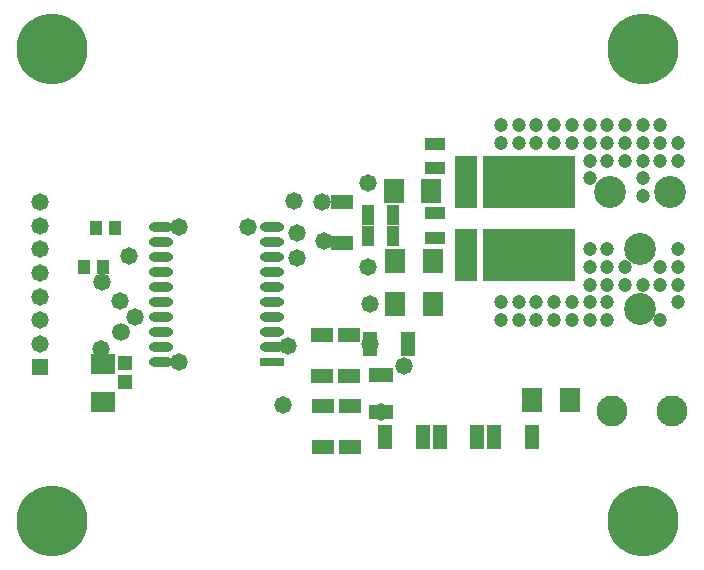
<source format=gts>
G04 Layer_Color=8388736*
%FSLAX44Y44*%
%MOMM*%
G71*
G01*
G75*
%ADD46R,1.3032X2.0532*%
%ADD47R,2.0532X1.3032*%
%ADD48R,2.1032X1.6532*%
%ADD49R,1.3032X1.2032*%
%ADD50R,2.0532X0.8032*%
%ADD51O,2.0532X0.8032*%
%ADD52R,1.6532X2.1032*%
%ADD53R,1.0032X1.2532*%
%ADD54R,1.1032X1.7032*%
%ADD55R,1.7032X1.1032*%
%ADD56R,7.8432X4.4732*%
%ADD57R,1.8632X4.4732*%
%ADD58R,1.9532X1.3032*%
%ADD59R,1.4715X1.4715*%
%ADD60C,1.4715*%
%ADD61C,2.7032*%
%ADD62C,2.6162*%
%ADD63C,6.0032*%
%ADD64C,1.4732*%
%ADD65C,1.2032*%
%ADD66C,1.5032*%
D46*
X351000Y200000D02*
D03*
X319000D02*
D03*
X364000Y121000D02*
D03*
X332000D02*
D03*
X410000D02*
D03*
X378000D02*
D03*
X456000D02*
D03*
X424000D02*
D03*
D47*
X328000Y142000D02*
D03*
Y174000D02*
D03*
D48*
X93000Y183000D02*
D03*
Y151000D02*
D03*
D49*
X112000Y184000D02*
D03*
Y168000D02*
D03*
D50*
X236250Y184850D02*
D03*
D51*
Y197550D02*
D03*
Y210250D02*
D03*
Y222950D02*
D03*
Y235650D02*
D03*
Y248350D02*
D03*
Y261050D02*
D03*
Y273750D02*
D03*
Y286450D02*
D03*
Y299150D02*
D03*
X141750Y184850D02*
D03*
Y197550D02*
D03*
Y210250D02*
D03*
Y222950D02*
D03*
Y235650D02*
D03*
Y248350D02*
D03*
Y261050D02*
D03*
Y273750D02*
D03*
Y286450D02*
D03*
Y299150D02*
D03*
D52*
X488000Y152000D02*
D03*
X456000D02*
D03*
X371000Y329000D02*
D03*
X339000D02*
D03*
X372000Y270000D02*
D03*
X340000D02*
D03*
X372000Y234000D02*
D03*
X340000D02*
D03*
D53*
X77250Y265000D02*
D03*
X92750D02*
D03*
X87250Y298000D02*
D03*
X102750D02*
D03*
D54*
X338500Y309000D02*
D03*
X317500D02*
D03*
X338500Y291000D02*
D03*
X317500D02*
D03*
D55*
X374000Y369500D02*
D03*
Y348500D02*
D03*
Y310500D02*
D03*
Y289500D02*
D03*
D56*
X453250Y275250D02*
D03*
Y336750D02*
D03*
D57*
X400650Y275250D02*
D03*
Y336750D02*
D03*
D58*
X279000Y147250D02*
D03*
Y112750D02*
D03*
X302000D02*
D03*
Y147250D02*
D03*
X278001Y207250D02*
D03*
Y172750D02*
D03*
X301000Y172750D02*
D03*
Y207250D02*
D03*
X295000Y285750D02*
D03*
Y320250D02*
D03*
D59*
X40000Y180003D02*
D03*
D60*
Y200001D02*
D03*
Y219999D02*
D03*
Y240002D02*
D03*
Y260000D02*
D03*
Y280079D02*
D03*
Y299891D02*
D03*
Y319957D02*
D03*
D61*
X573400Y328260D02*
D03*
X522600D02*
D03*
X548000Y280000D02*
D03*
Y229200D02*
D03*
D62*
X524000Y143000D02*
D03*
X574800D02*
D03*
D63*
X550000Y450000D02*
D03*
Y50000D02*
D03*
X50000D02*
D03*
Y450000D02*
D03*
D64*
X255000Y320999D02*
D03*
X256999Y272999D02*
D03*
Y293999D02*
D03*
X280000Y287000D02*
D03*
X278000Y320250D02*
D03*
X319000Y234000D02*
D03*
X317000Y336000D02*
D03*
Y265000D02*
D03*
X216000Y299000D02*
D03*
X245000Y148000D02*
D03*
X250000Y198000D02*
D03*
X319000Y200000D02*
D03*
X348000Y181000D02*
D03*
X328000Y142000D02*
D03*
X157000Y299000D02*
D03*
Y185000D02*
D03*
X115000Y274000D02*
D03*
X92000Y252000D02*
D03*
X91000Y196000D02*
D03*
X120000Y223000D02*
D03*
X107000Y236000D02*
D03*
D65*
X580000Y280000D02*
D03*
Y265000D02*
D03*
Y250000D02*
D03*
Y235000D02*
D03*
X565000Y265000D02*
D03*
Y250000D02*
D03*
Y220000D02*
D03*
X550000Y250000D02*
D03*
X535000Y265000D02*
D03*
Y250000D02*
D03*
X520000Y280000D02*
D03*
Y265000D02*
D03*
Y250000D02*
D03*
Y235000D02*
D03*
Y220000D02*
D03*
X505000Y280000D02*
D03*
Y265000D02*
D03*
Y250000D02*
D03*
Y235000D02*
D03*
Y220000D02*
D03*
X490000Y235000D02*
D03*
Y220000D02*
D03*
X475000Y235000D02*
D03*
Y220000D02*
D03*
X460000Y235000D02*
D03*
Y220000D02*
D03*
X445000Y235000D02*
D03*
Y220000D02*
D03*
X430000Y235000D02*
D03*
Y220000D02*
D03*
X580000Y370000D02*
D03*
Y355000D02*
D03*
X565000Y385000D02*
D03*
Y370000D02*
D03*
Y355000D02*
D03*
X550000Y385000D02*
D03*
Y370000D02*
D03*
Y355000D02*
D03*
Y340000D02*
D03*
Y325000D02*
D03*
X535000Y385000D02*
D03*
Y370000D02*
D03*
Y355000D02*
D03*
X520000Y385000D02*
D03*
Y370000D02*
D03*
Y355000D02*
D03*
X505000Y385000D02*
D03*
Y370000D02*
D03*
Y355000D02*
D03*
Y340000D02*
D03*
X490000Y385000D02*
D03*
Y370000D02*
D03*
X475000Y385000D02*
D03*
Y370000D02*
D03*
X460000Y385000D02*
D03*
Y370000D02*
D03*
X445000Y385000D02*
D03*
Y370000D02*
D03*
X430000Y385000D02*
D03*
Y370000D02*
D03*
D66*
X108000Y210000D02*
D03*
M02*

</source>
